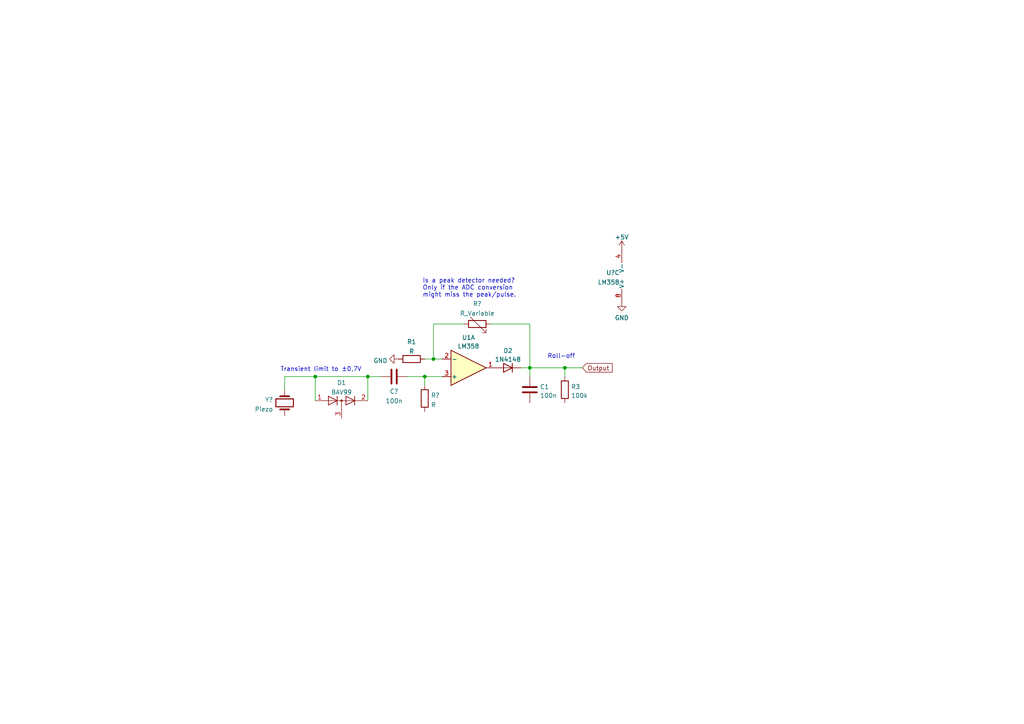
<source format=kicad_sch>
(kicad_sch (version 20211123) (generator eeschema)
  (paper "A4")
  (lib_symbols
    (symbol "Amplifier_Operational:LM358" (pin_names (offset 0.127))
      (property "Reference" "U" (at 0 5.08 0))
      (property "Value" "LM358" (at 0 -5.08 0))
      (symbol "LM358_1_1"
        (polyline (pts (xy -5.08 5.08) (xy 5.08 0) (xy -5.08 -5.08) (xy -5.08 5.08)) (stroke (width 0.254)) (fill (type background)))
        (pin output line (at 7.62 0 180) (length 2.54) (name "~") (number "1"))
        (pin input line (at -7.62 -2.54 0) (length 2.54) (name "-") (number "2"))
        (pin input line (at -7.62 2.54 0) (length 2.54) (name "+") (number "3"))
      )
      (symbol "LM358_2_1"
        (polyline (pts (xy -5.08 5.08) (xy 5.08 0) (xy -5.08 -5.08) (xy -5.08 5.08)) (stroke (width 0.254)) (fill (type background)))
        (pin input line (at -7.62 2.54 0) (length 2.54) (name "+") (number "5"))
        (pin input line (at -7.62 -2.54 0) (length 2.54) (name "-") (number "6"))
        (pin output line (at 7.62 0 180) (length 2.54) (name "~") (number "7"))
      )
      (symbol "LM358_3_1"
        (pin power_in line (at -2.54 -7.62 90) (length 3.81) (name "V-") (number "4"))
        (pin power_in line (at -2.54 7.62 270) (length 3.81) (name "V+") (number "8"))
      )
    )
    (symbol "Device:C" (pin_numbers hide) (pin_names (offset 0.254))
      (property "Reference" "C" (at 0.635 2.54 0))
      (property "Value" "C" (at 0.635 -2.54 0))
      (symbol "C_0_1"
        (polyline (pts (xy -2.032 -0.762) (xy 2.032 -0.762)) (stroke (width 0.508)))
        (polyline (pts (xy -2.032 0.762) (xy 2.032 0.762)) (stroke (width 0.508)))
      )
      (symbol "C_1_1"
        (pin passive line (at 0 3.81 270) (length 2.794) (name "~") (number "1"))
        (pin passive line (at 0 -3.81 90) (length 2.794) (name "~") (number "2"))
      )
    )
    (symbol "Device:Crystal" (pin_numbers hide) (pin_names (offset 1.016) hide)
      (property "Reference" "Y" (at 0 3.81 0))
      (property "Value" "Crystal" (at 0 -3.81 0))
      (symbol "Crystal_0_1"
        (rectangle (start -1.143 2.54) (end 1.143 -2.54) (stroke (width 0.3048)))
        (polyline (pts (xy -2.54 0) (xy -1.905 0)))
        (polyline (pts (xy -1.905 -1.27) (xy -1.905 1.27)) (stroke (width 0.508)))
        (polyline (pts (xy 1.905 -1.27) (xy 1.905 1.27)) (stroke (width 0.508)))
        (polyline (pts (xy 2.54 0) (xy 1.905 0)))
      )
      (symbol "Crystal_1_1"
        (pin passive line (at -3.81 0 0) (length 1.27) (name "1") (number "1"))
        (pin passive line (at 3.81 0 180) (length 1.27) (name "2") (number "2"))
      )
    )
    (symbol "Device:D" (pin_numbers hide) (pin_names (offset 1.016) hide)
      (property "Reference" "D" (at 0 2.54 0))
      (property "Value" "D" (at 0 -2.54 0))
      (symbol "D_0_1"
        (polyline (pts (xy -1.27 1.27) (xy -1.27 -1.27)) (stroke (width 0.254)))
        (polyline (pts (xy 1.27 0) (xy -1.27 0)))
        (polyline (pts (xy 1.27 1.27) (xy 1.27 -1.27) (xy -1.27 0) (xy 1.27 1.27)) (stroke (width 0.254)))
      )
      (symbol "D_1_1"
        (pin passive line (at -3.81 0 0) (length 2.54) (name "K") (number "1"))
        (pin passive line (at 3.81 0 180) (length 2.54) (name "A") (number "2"))
      )
    )
    (symbol "Device:R" (pin_numbers hide) (pin_names (offset 0))
      (property "Reference" "R" (at 2.032 0 90))
      (property "Value" "R" (at 0 0 90))
      (symbol "R_0_1"
        (rectangle (start -1.016 -2.54) (end 1.016 2.54) (stroke (width 0.254)))
      )
      (symbol "R_1_1"
        (pin passive line (at 0 3.81 270) (length 1.27) (name "~") (number "1"))
        (pin passive line (at 0 -3.81 90) (length 1.27) (name "~") (number "2"))
      )
    )
    (symbol "Device:R_Variable" (pin_numbers hide) (pin_names (offset 0))
      (property "Reference" "R" (at 2.54 -2.54 90))
      (property "Value" "R_Variable" (at -2.54 -1.27 90))
      (symbol "R_Variable_0_1"
        (rectangle (start -1.016 -2.54) (end 1.016 2.54) (stroke (width 0.254)))
        (polyline (pts (xy 2.54 1.524) (xy 2.54 2.54) (xy 1.524 2.54) (xy 2.54 2.54) (xy -2.032 -2.032)))
      )
      (symbol "R_Variable_1_1"
        (pin passive line (at 0 3.81 270) (length 1.27) (name "~") (number "1"))
        (pin passive line (at 0 -3.81 90) (length 1.27) (name "~") (number "2"))
      )
    )
    (symbol "Diode:BAV99" (pin_names hide)
      (property "Reference" "D" (at 0 5.08 0))
      (property "Value" "BAV99" (at 0 2.54 0))
      (symbol "BAV99_0_1"
        (polyline (pts (xy -5.08 0) (xy 5.08 0)))
      )
      (symbol "BAV99_1_1"
        (polyline (pts (xy 0 0) (xy 0 -2.54)))
        (polyline (pts (xy -1.27 -1.27) (xy -1.27 1.27) (xy -1.27 1.27)) (stroke (width 0.2032)))
        (polyline (pts (xy 3.81 1.27) (xy 3.81 -1.27) (xy 3.81 -1.27)) (stroke (width 0.2032)))
        (polyline (pts (xy -3.81 1.27) (xy -1.27 0) (xy -3.81 -1.27) (xy -3.81 1.27) (xy -3.81 1.27) (xy -3.81 1.27)) (stroke (width 0.2032)))
        (polyline (pts (xy 1.27 1.27) (xy 3.81 0) (xy 1.27 -1.27) (xy 1.27 1.27) (xy 1.27 1.27) (xy 1.27 1.27)) (stroke (width 0.2032)))
        (circle (center 0 0) (radius 0.254) (fill (type outline)))
        (pin passive line (at -7.62 0 0) (length 2.54) (name "K") (number "1"))
        (pin passive line (at 7.62 0 180) (length 2.54) (name "A") (number "2"))
        (pin passive line (at 0 -5.08 90) (length 2.54) (name "K") (number "3"))
      )
    )
    (symbol "power:+5V" (power) (pin_names (offset 0))
      (property "Value" "+5V" (at 0 3.556 0))
      (symbol "+5V_0_1"
        (polyline (pts (xy -0.762 1.27) (xy 0 2.54)))
        (polyline (pts (xy 0 0) (xy 0 2.54)))
        (polyline (pts (xy 0 2.54) (xy 0.762 1.27)))
      )
      (symbol "+5V_1_1"
        (pin power_in line (at 0 0 90) (length 0) hide (name "+5V") (number "1"))
      )
    )
    (symbol "power:GND" (power) (pin_names (offset 0))
      (property "Value" "GND" (at 0 -3.81 0))
      (symbol "GND_0_1"
        (polyline (pts (xy 0 0) (xy 0 -1.27) (xy 1.27 -1.27) (xy 0 -2.54) (xy -1.27 -1.27) (xy 0 -1.27)))
      )
      (symbol "GND_1_1"
        (pin power_in line (at 0 0 270) (length 0) hide (name "GND") (number "1"))
      )
    )
  )
  (junction (at 163.83 106.68))
  (junction (at 153.67 106.68))
  (junction (at 125.73 104.14))
  (junction (at 106.68 109.22))
  (junction (at 123.19 109.22))
  (junction (at 91.44 109.22))
  (wire (pts (xy 153.67 106.68) (xy 153.67 109.22)))
  (wire (pts (xy 134.62 93.98) (xy 125.73 93.98)))
  (wire (pts (xy 125.73 104.14) (xy 123.19 104.14)))
  (wire (pts (xy 123.19 109.22) (xy 128.27 109.22)))
  (wire (pts (xy 153.67 106.68) (xy 163.83 106.68)))
  (wire (pts (xy 106.68 109.22) (xy 110.49 109.22)))
  (wire (pts (xy 118.11 109.22) (xy 123.19 109.22)))
  (wire (pts (xy 91.44 109.22) (xy 91.44 116.205)))
  (wire (pts (xy 82.55 113.03) (xy 82.55 109.22)))
  (wire (pts (xy 82.55 109.22) (xy 91.44 109.22)))
  (wire (pts (xy 163.83 106.68) (xy 163.83 109.22)))
  (wire (pts (xy 151.13 106.68) (xy 153.67 106.68)))
  (wire (pts (xy 163.83 106.68) (xy 168.91 106.68)))
  (wire (pts (xy 123.19 109.22) (xy 123.19 111.76)))
  (wire (pts (xy 125.73 93.98) (xy 125.73 104.14)))
  (wire (pts (xy 106.68 116.205) (xy 106.68 109.22)))
  (wire (pts (xy 125.73 104.14) (xy 128.27 104.14)))
  (wire (pts (xy 142.24 93.98) (xy 153.67 93.98)))
  (wire (pts (xy 153.67 93.98) (xy 153.67 106.68)))
  (wire (pts (xy 106.68 109.22) (xy 91.44 109.22)))
  (text "Transient limit to ±0,7V" (at 81.28 107.95 0) (effects (font (size 1.27 1.27)) (justify left bottom)))
  (text "Is a peak detector needed?\nOnly if the ADC conversion\nmight miss the peak/pulse." (at 122.555 86.36 0) (effects (font (size 1.27 1.27)) (justify left bottom)))
  (text "Roll-off" (at 158.75 104.14 0) (effects (font (size 1.27 1.27)) (justify left bottom)))
  (global_label "Output" (shape input) (at 168.91 106.68 0) (property "Intersheet References" "${INTERSHEET_REFS}" (effects hide)))
  (symbol (lib_id "Diode:BAV99") (at 99.06 116.205 0) (unit 1)
    (property "Reference" "D1" (at 99.06 110.9939 0))
    (property "Value" "BAV99" (at 99.06 113.769 0))
    (property "Footprint" "Package_TO_SOT_SMD:SOT-23" (effects hide))
    (property "Datasheet" "https://assets.nexperia.com/documents/data-sheet/BAV99_SER.pdf" (effects hide))
  )
  (symbol (lib_id "Device:R") (at 119.38 104.14 270) (unit 1)
    (property "Reference" "R1" (at 119.38 99.1575 90))
    (property "Value" "R" (at 119.38 101.9326 90))
  )
  (symbol (lib_id "power:GND") (at 115.57 104.14 270) (unit 1)
    (property "Reference" "#PWR?" (effects hide))
    (property "Value" "GND" (at 112.3951 104.619 90) (effects (justify right)))
  )
  (symbol (lib_id "Device:C") (at 114.3 109.22 90) (unit 1)
    (property "Reference" "C?" (at 114.3 113.5285 90))
    (property "Value" "100n" (at 114.3 116.3036 90))
  )
  (symbol (lib_id "power:+5V") (at 180.34 72.39 0) (unit 1)
    (property "Reference" "#PWR?" (effects hide))
    (property "Value" "+5V" (at 180.34 68.7855 0))
  )
  (symbol (lib_id "Device:R_Variable") (at 138.43 93.98 270) (unit 1)
    (property "Reference" "R?" (at 138.43 88.1085 90))
    (property "Value" "R_Variable" (at 138.43 90.8836 90))
  )
  (symbol (lib_id "Amplifier_Operational:LM358") (at 182.88 80.01 0) (mirror x) (unit 3)
    (property "Reference" "U?" (at 179.7051 79.1015 0) (effects (justify right)))
    (property "Value" "LM358" (at 179.7051 81.8766 0) (effects (justify right)))
    (property "Datasheet" "http://www.ti.com/lit/ds/symlink/lm2904-n.pdf" (effects hide))
  )
  (symbol (lib_id "Device:Crystal") (at 82.55 116.84 270) (mirror x) (unit 1)
    (property "Reference" "Y?" (at 79.2227 115.9315 90) (effects (justify right)))
    (property "Value" "Piezo" (at 79.2227 118.7066 90) (effects (justify right)))
  )
  (symbol (lib_id "Device:R") (at 163.83 113.03 0) (unit 1)
    (property "Reference" "R3" (at 165.608 112.1953 0) (effects (justify left)))
    (property "Value" "100k" (at 165.608 114.7322 0) (effects (justify left)))
  )
  (symbol (lib_id "Device:R") (at 123.19 115.57 0) (unit 1)
    (property "Reference" "R?" (at 124.968 114.6615 0) (effects (justify left)))
    (property "Value" "R" (at 124.968 117.4366 0) (effects (justify left)))
  )
  (symbol (lib_id "Amplifier_Operational:LM358") (at 135.89 106.68 0) (mirror x) (unit 1)
    (property "Reference" "U1" (at 135.89 97.9002 0))
    (property "Value" "LM358" (at 135.89 100.4371 0))
    (property "Datasheet" "http://www.ti.com/lit/ds/symlink/lm2904-n.pdf" (effects hide))
  )
  (symbol (lib_id "power:GND") (at 180.34 87.63 0) (unit 1)
    (property "Reference" "#PWR?" (effects hide))
    (property "Value" "GND" (at 180.34 92.1925 0))
  )
  (symbol (lib_id "Device:D") (at 147.32 106.68 180) (unit 1)
    (property "Reference" "D2" (at 147.32 101.7102 0))
    (property "Value" "1N4148" (at 147.32 104.2471 0))
  )
  (symbol (lib_id "Device:C") (at 153.67 113.03 0) (unit 1)
    (property "Reference" "C1" (at 156.591 112.1953 0) (effects (justify left)))
    (property "Value" "100n" (at 156.591 114.7322 0) (effects (justify left)))
  )
)
</source>
